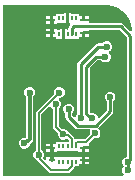
<source format=gbl>
G04*
G04 #@! TF.GenerationSoftware,Altium Limited,Altium Designer,23.7.1 (13)*
G04*
G04 Layer_Physical_Order=4*
G04 Layer_Color=16711680*
%FSLAX44Y44*%
%MOMM*%
G71*
G04*
G04 #@! TF.SameCoordinates,F8D9F08E-B769-4134-93EA-345A9FB672EF*
G04*
G04*
G04 #@! TF.FilePolarity,Positive*
G04*
G01*
G75*
%ADD11C,0.2500*%
%ADD13C,0.1500*%
%ADD39C,0.2540*%
%ADD40C,0.3000*%
%ADD41C,0.6000*%
%ADD42R,0.1800X0.4600*%
%ADD43R,0.4700X0.2600*%
%ADD44C,0.1800*%
G36*
X103265Y146573D02*
X107424Y144851D01*
X111167Y142350D01*
X114350Y139167D01*
X116850Y135424D01*
X118573Y131265D01*
X119451Y126851D01*
Y125310D01*
X118181Y124784D01*
X111983Y130983D01*
X111073Y131590D01*
X110000Y131804D01*
X82850D01*
Y133500D01*
X78500D01*
Y134500D01*
X77500D01*
Y137800D01*
X74400D01*
Y139600D01*
X67900D01*
Y140100D01*
X66000D01*
Y135800D01*
Y131500D01*
X66803D01*
X67329Y130230D01*
X66617Y129518D01*
X66010Y128609D01*
X65796Y127535D01*
Y126200D01*
X64400D01*
Y126700D01*
X62500D01*
Y122400D01*
Y118100D01*
X64400D01*
Y118600D01*
X74400D01*
Y120400D01*
X77500D01*
Y123700D01*
X78500D01*
Y124700D01*
X82850D01*
Y126196D01*
X108839D01*
X115446Y119588D01*
Y18500D01*
X115105D01*
X113451Y17815D01*
X112185Y16549D01*
X111500Y14895D01*
Y13105D01*
X112185Y11451D01*
X113136Y10500D01*
X112185Y9549D01*
X111500Y7895D01*
Y6105D01*
X112185Y4451D01*
X112817Y3819D01*
X112291Y2549D01*
X10549D01*
Y147451D01*
X98851D01*
X103265Y146573D01*
D02*
G37*
%LPC*%
G36*
X82850Y137800D02*
X79500D01*
Y135500D01*
X82850D01*
Y137800D01*
D02*
G37*
G36*
X50500D02*
X47150D01*
Y135500D01*
X50500D01*
Y137800D01*
D02*
G37*
G36*
X64000Y140100D02*
X62100D01*
Y139600D01*
X55600D01*
Y137800D01*
X52500D01*
Y134500D01*
Y131200D01*
X55850D01*
Y132000D01*
X62100D01*
Y131500D01*
X64000D01*
Y135800D01*
Y140100D01*
D02*
G37*
G36*
X50500Y133500D02*
X47150D01*
Y131200D01*
X50500D01*
Y133500D01*
D02*
G37*
G36*
Y127000D02*
X47150D01*
Y124700D01*
X50500D01*
Y127000D01*
D02*
G37*
G36*
X82850Y122700D02*
X79500D01*
Y120400D01*
X82850D01*
Y122700D01*
D02*
G37*
G36*
X50500D02*
X47150D01*
Y120400D01*
X50500D01*
Y122700D01*
D02*
G37*
G36*
X55850Y127000D02*
X52500D01*
Y123700D01*
Y120400D01*
X55600D01*
Y118600D01*
X58600D01*
Y118100D01*
X60500D01*
Y122400D01*
Y126700D01*
X58600D01*
Y126200D01*
X55850D01*
Y127000D01*
D02*
G37*
G36*
X99021Y116324D02*
X97230D01*
X95576Y115639D01*
X94586Y114649D01*
X90824D01*
X90824Y114649D01*
X89743Y114434D01*
X88827Y113821D01*
X88827Y113821D01*
X74003Y98997D01*
X73391Y98081D01*
X73176Y97000D01*
X73176Y97000D01*
Y54540D01*
X72185Y53549D01*
X71757Y52515D01*
X70327Y52150D01*
X68824Y53652D01*
Y55460D01*
X69815Y56451D01*
X70500Y58105D01*
Y59895D01*
X69815Y61549D01*
X68549Y62815D01*
X66895Y63500D01*
X65105D01*
X63451Y62815D01*
X62185Y61549D01*
X61500Y59895D01*
Y58105D01*
X62185Y56451D01*
X63176Y55460D01*
Y52482D01*
X63176Y52482D01*
X63391Y51401D01*
X64003Y50485D01*
X71485Y43003D01*
X71485Y43003D01*
X72401Y42391D01*
X73482Y42176D01*
X83827D01*
X84381Y40906D01*
X83812Y39533D01*
Y37742D01*
X83918Y37487D01*
X79846Y33415D01*
X73029D01*
X72217Y33254D01*
X72133Y33251D01*
X70947Y33915D01*
X70761Y34852D01*
X70230Y35646D01*
X67052Y38824D01*
X66258Y39354D01*
X65330Y39539D01*
X65119Y40049D01*
X63853Y41315D01*
X62199Y42000D01*
X60409D01*
X60307Y41958D01*
X57447Y44817D01*
Y59143D01*
X57549Y59185D01*
X58815Y60451D01*
X59500Y62105D01*
Y63895D01*
X58815Y65549D01*
X57549Y66815D01*
X57682Y68134D01*
X58003Y68500D01*
X58895D01*
X60549Y69185D01*
X61815Y70451D01*
X62500Y72105D01*
Y73895D01*
X61815Y75549D01*
X60549Y76815D01*
X58895Y77500D01*
X57105D01*
X55451Y76815D01*
X54185Y75549D01*
X53500Y73895D01*
Y72105D01*
X53542Y72003D01*
X38770Y57230D01*
X38239Y56436D01*
X38053Y55500D01*
Y24161D01*
X37951Y24119D01*
X36685Y22853D01*
X36000Y21199D01*
Y19409D01*
X36685Y17755D01*
X37951Y16489D01*
X38989Y16059D01*
X39050Y15753D01*
X39580Y14959D01*
X49270Y5270D01*
X50064Y4739D01*
X51000Y4553D01*
X65000D01*
X65936Y4739D01*
X66730Y5270D01*
X70230Y8770D01*
X70761Y9564D01*
X70927Y10400D01*
X74400D01*
Y12200D01*
X77500D01*
Y15500D01*
Y18800D01*
X74150D01*
Y18000D01*
X55850D01*
Y18800D01*
X52500D01*
Y15500D01*
X50500D01*
Y18800D01*
X47150D01*
Y15970D01*
X45977Y15484D01*
X44010Y17450D01*
X44315Y17755D01*
X45000Y19409D01*
Y21199D01*
X44315Y22853D01*
X43049Y24119D01*
X42947Y24161D01*
Y54486D01*
X49711Y61250D01*
X50957Y61003D01*
X51185Y60451D01*
X52451Y59185D01*
X52553Y59143D01*
Y43804D01*
X52739Y42867D01*
X53270Y42073D01*
X56846Y38497D01*
X56804Y38395D01*
Y36605D01*
X57489Y34951D01*
X58755Y33685D01*
X60409Y33000D01*
X62199D01*
X63853Y33685D01*
X64561Y34393D01*
X66053Y32902D01*
Y31400D01*
X55600D01*
Y29600D01*
X52500D01*
Y26300D01*
Y23000D01*
X55850D01*
Y23800D01*
X74150D01*
Y23000D01*
X77500D01*
Y26300D01*
X78500D01*
Y27300D01*
X82850D01*
Y29600D01*
X82850Y29600D01*
X82850D01*
X83498Y30579D01*
X87162Y34243D01*
X87417Y34137D01*
X89207D01*
X90861Y34823D01*
X92127Y36088D01*
X92812Y37742D01*
Y39533D01*
X92127Y41186D01*
X91501Y41812D01*
X91078Y42813D01*
X91484Y43489D01*
X103018Y55024D01*
X103018Y55024D01*
X103630Y55940D01*
X103845Y57021D01*
Y65481D01*
X104815Y66451D01*
X105500Y68105D01*
Y69895D01*
X104815Y71549D01*
X103549Y72815D01*
X101895Y73500D01*
X100105D01*
X98451Y72815D01*
X97185Y71549D01*
X96500Y69895D01*
Y68105D01*
X97185Y66451D01*
X98197Y65439D01*
Y58191D01*
X91673Y51667D01*
X90384Y52175D01*
X89815Y53549D01*
X88549Y54815D01*
X86895Y55500D01*
X85105D01*
X84827Y55385D01*
X83824Y56388D01*
Y93830D01*
X90170Y100176D01*
X93460D01*
X94451Y99185D01*
X96105Y98500D01*
X97895D01*
X99549Y99185D01*
X100815Y100451D01*
X101500Y102105D01*
Y103895D01*
X100815Y105549D01*
X100006Y106358D01*
X100202Y107808D01*
X100207Y107816D01*
X100674Y108009D01*
X101940Y109275D01*
X102626Y110929D01*
Y112719D01*
X101940Y114373D01*
X100674Y115639D01*
X99021Y116324D01*
D02*
G37*
G36*
X50500Y29600D02*
X47150D01*
Y27300D01*
X50500D01*
Y29600D01*
D02*
G37*
G36*
X33895Y77500D02*
X32105D01*
X30451Y76815D01*
X29185Y75549D01*
X28500Y73895D01*
Y72105D01*
X29185Y70451D01*
X29941Y69695D01*
Y35638D01*
X29264Y34543D01*
X27474D01*
X25820Y33858D01*
X24554Y32592D01*
X23869Y30938D01*
Y29148D01*
X24554Y27494D01*
X25820Y26228D01*
X27474Y25543D01*
X29264D01*
X30918Y26228D01*
X32184Y27494D01*
X32797Y28974D01*
X33405Y29381D01*
X35163Y31138D01*
X35163Y31138D01*
X35826Y32130D01*
X36059Y33301D01*
X36059Y33301D01*
Y69695D01*
X36815Y70451D01*
X37500Y72105D01*
Y73895D01*
X36815Y75549D01*
X35549Y76815D01*
X33895Y77500D01*
D02*
G37*
G36*
X82850Y25300D02*
X79500D01*
Y23000D01*
X82850D01*
Y25300D01*
D02*
G37*
G36*
X50500D02*
X47150D01*
Y23000D01*
X50500D01*
Y25300D01*
D02*
G37*
G36*
X82850Y18800D02*
X79500D01*
Y16500D01*
X82850D01*
Y18800D01*
D02*
G37*
G36*
Y14500D02*
X79500D01*
Y12200D01*
X82850D01*
Y14500D01*
D02*
G37*
%LPD*%
D11*
X70065Y129000D02*
X110000D01*
X118250Y16250D02*
Y120750D01*
X110000Y129000D02*
X118250Y120750D01*
X116000Y14000D02*
X118250Y16250D01*
X116000Y7000D02*
Y14000D01*
X68600Y122500D02*
Y127535D01*
X70065Y129000D01*
X68500Y122400D02*
X68600Y122500D01*
D13*
X80796Y31121D02*
X88312Y38637D01*
X72000Y27600D02*
X72150Y27750D01*
Y30243D02*
X73029Y31121D01*
X72150Y27750D02*
Y30243D01*
X73029Y31121D02*
X80796D01*
D39*
X73482Y45000D02*
X89000D01*
X66000Y52482D02*
Y59000D01*
Y52482D02*
X73482Y45000D01*
X89000D02*
X101021Y57021D01*
Y68979D01*
X101000Y69000D02*
X101021Y68979D01*
X81000Y55218D02*
X85218Y51000D01*
X86000D01*
X81000Y55218D02*
Y95000D01*
X76000Y97000D02*
X90824Y111824D01*
X98125D01*
X81000Y95000D02*
X89000Y103000D01*
X97000D01*
X76000Y51000D02*
Y97000D01*
D40*
X28369Y30043D02*
X29181D01*
X30681Y31543D02*
X31243D01*
X29181Y30043D02*
X30681Y31543D01*
X31243D02*
X33000Y33301D01*
Y73000D01*
X51500Y15500D02*
Y26300D01*
Y123700D02*
Y134500D01*
D41*
X50000Y32000D02*
D03*
X55000Y63000D02*
D03*
X58000Y73000D02*
D03*
X66000Y59000D02*
D03*
X15000Y56000D02*
D03*
X14000Y73000D02*
D03*
X33000D02*
D03*
X101000Y69000D02*
D03*
X40500Y20304D02*
D03*
X61304Y37500D02*
D03*
X88312Y38637D02*
D03*
X86000Y51000D02*
D03*
X98125Y111824D02*
D03*
X88000Y25812D02*
D03*
X49000Y105000D02*
D03*
X16000Y140000D02*
D03*
Y29000D02*
D03*
X24000Y6000D02*
D03*
X77000D02*
D03*
X107000Y38000D02*
D03*
X97000D02*
D03*
X81000Y113000D02*
D03*
X112000Y90000D02*
D03*
X101000D02*
D03*
X99000Y120000D02*
D03*
X104000Y139334D02*
D03*
X71000Y105000D02*
D03*
X35000Y119000D02*
D03*
X28369Y30043D02*
D03*
X65000Y71000D02*
D03*
X97000Y103000D02*
D03*
X76000Y51000D02*
D03*
X116000Y7000D02*
D03*
Y14000D02*
D03*
D42*
X72000Y27600D02*
D03*
Y14200D02*
D03*
X68500Y27600D02*
D03*
Y14200D02*
D03*
X65000Y27600D02*
D03*
Y14200D02*
D03*
X61500Y27600D02*
D03*
Y14200D02*
D03*
X58000Y27600D02*
D03*
Y14200D02*
D03*
Y122400D02*
D03*
Y135800D02*
D03*
X61500Y122400D02*
D03*
Y135800D02*
D03*
X65000Y122400D02*
D03*
Y135800D02*
D03*
X68500Y122400D02*
D03*
Y135800D02*
D03*
X72000Y122400D02*
D03*
Y135800D02*
D03*
D43*
X78500Y26300D02*
D03*
Y15500D02*
D03*
X51500Y26300D02*
D03*
Y15500D02*
D03*
Y123700D02*
D03*
Y134500D02*
D03*
X78500Y123700D02*
D03*
Y134500D02*
D03*
D44*
X40500Y55500D02*
X58000Y73000D01*
X40500Y20304D02*
Y55500D01*
X55000Y43804D02*
Y63000D01*
Y43804D02*
X61304Y37500D01*
X40500Y20304D02*
X41310Y19493D01*
Y16690D02*
X51000Y7000D01*
X41310Y16690D02*
Y19493D01*
X65322Y37094D02*
X68500Y33915D01*
Y27600D02*
Y33915D01*
X61304Y37500D02*
X61710Y37094D01*
X65322D01*
X68500Y10500D02*
Y14200D01*
X65000Y7000D02*
X68500Y10500D01*
X51000Y7000D02*
X65000D01*
M02*

</source>
